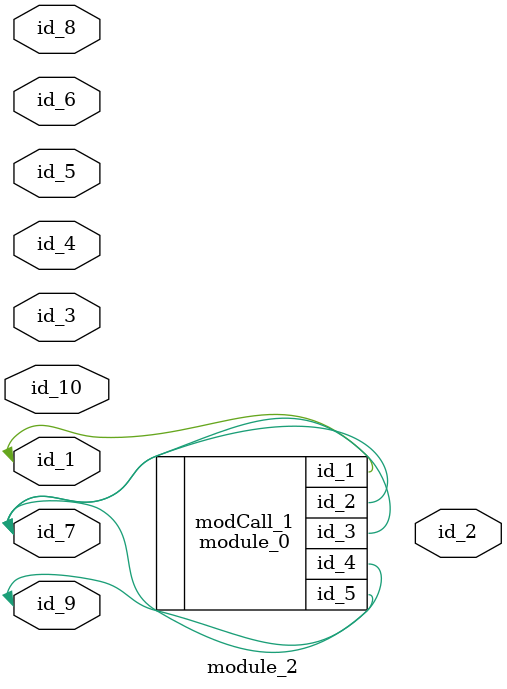
<source format=v>
module module_0 (
    id_1,
    id_2,
    id_3,
    id_4,
    id_5
);
  inout wire id_5;
  inout wire id_4;
  inout wire id_3;
  inout wire id_2;
  inout wire id_1;
  wire id_6;
  wire id_7 = id_7;
  wire id_8;
  assign id_3 = id_1;
endmodule
module module_1 (
    id_1,
    id_2
);
  output wire id_2;
  inout wire id_1;
  wire id_3;
  wire id_4;
  module_0 modCall_1 (
      id_3,
      id_3,
      id_4,
      id_3,
      id_3
  );
endmodule
module module_2 (
    id_1,
    id_2,
    id_3,
    id_4,
    id_5,
    id_6,
    id_7,
    id_8,
    id_9,
    id_10
);
  input wire id_10;
  inout wire id_9;
  input wire id_8;
  inout wire id_7;
  inout wire id_6;
  inout wire id_5;
  inout wire id_4;
  inout wire id_3;
  output wire id_2;
  inout wire id_1;
  wire id_11;
  module_0 modCall_1 (
      id_1,
      id_7,
      id_7,
      id_9,
      id_7
  );
endmodule

</source>
